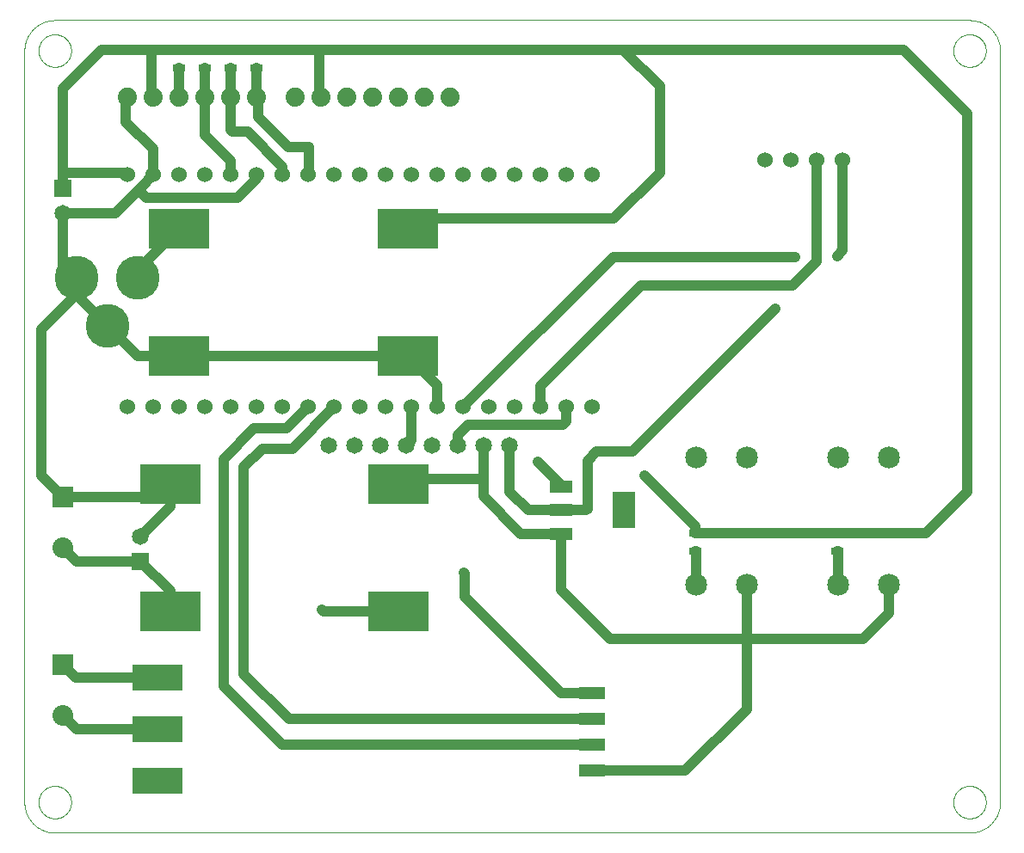
<source format=gbl>
G75*
%MOIN*%
%OFA0B0*%
%FSLAX25Y25*%
%IPPOS*%
%LPD*%
%AMOC8*
5,1,8,0,0,1.08239X$1,22.5*
%
%ADD10C,0.00000*%
%ADD11R,0.06500X0.06500*%
%ADD12C,0.06500*%
%ADD13R,0.08000X0.08000*%
%ADD14C,0.08000*%
%ADD15C,0.07400*%
%ADD16R,0.04724X0.03150*%
%ADD17C,0.08500*%
%ADD18C,0.06000*%
%ADD19R,0.23622X0.15748*%
%ADD20R,0.08800X0.04800*%
%ADD21R,0.08661X0.14173*%
%ADD22R,0.09843X0.05000*%
%ADD23R,0.19685X0.10039*%
%ADD24C,0.17000*%
%ADD25C,0.03937*%
%ADD26C,0.02978*%
D10*
X0015000Y0012811D02*
X0015000Y0304150D01*
X0020512Y0304150D02*
X0020514Y0304308D01*
X0020520Y0304466D01*
X0020530Y0304624D01*
X0020544Y0304782D01*
X0020562Y0304939D01*
X0020583Y0305096D01*
X0020609Y0305252D01*
X0020639Y0305408D01*
X0020672Y0305563D01*
X0020710Y0305716D01*
X0020751Y0305869D01*
X0020796Y0306021D01*
X0020845Y0306172D01*
X0020898Y0306321D01*
X0020954Y0306469D01*
X0021014Y0306615D01*
X0021078Y0306760D01*
X0021146Y0306903D01*
X0021217Y0307045D01*
X0021291Y0307185D01*
X0021369Y0307322D01*
X0021451Y0307458D01*
X0021535Y0307592D01*
X0021624Y0307723D01*
X0021715Y0307852D01*
X0021810Y0307979D01*
X0021907Y0308104D01*
X0022008Y0308226D01*
X0022112Y0308345D01*
X0022219Y0308462D01*
X0022329Y0308576D01*
X0022442Y0308687D01*
X0022557Y0308796D01*
X0022675Y0308901D01*
X0022796Y0309003D01*
X0022919Y0309103D01*
X0023045Y0309199D01*
X0023173Y0309292D01*
X0023303Y0309382D01*
X0023436Y0309468D01*
X0023571Y0309552D01*
X0023707Y0309631D01*
X0023846Y0309708D01*
X0023987Y0309780D01*
X0024129Y0309850D01*
X0024273Y0309915D01*
X0024419Y0309977D01*
X0024566Y0310035D01*
X0024715Y0310090D01*
X0024865Y0310141D01*
X0025016Y0310188D01*
X0025168Y0310231D01*
X0025321Y0310270D01*
X0025476Y0310306D01*
X0025631Y0310337D01*
X0025787Y0310365D01*
X0025943Y0310389D01*
X0026100Y0310409D01*
X0026258Y0310425D01*
X0026415Y0310437D01*
X0026574Y0310445D01*
X0026732Y0310449D01*
X0026890Y0310449D01*
X0027048Y0310445D01*
X0027207Y0310437D01*
X0027364Y0310425D01*
X0027522Y0310409D01*
X0027679Y0310389D01*
X0027835Y0310365D01*
X0027991Y0310337D01*
X0028146Y0310306D01*
X0028301Y0310270D01*
X0028454Y0310231D01*
X0028606Y0310188D01*
X0028757Y0310141D01*
X0028907Y0310090D01*
X0029056Y0310035D01*
X0029203Y0309977D01*
X0029349Y0309915D01*
X0029493Y0309850D01*
X0029635Y0309780D01*
X0029776Y0309708D01*
X0029915Y0309631D01*
X0030051Y0309552D01*
X0030186Y0309468D01*
X0030319Y0309382D01*
X0030449Y0309292D01*
X0030577Y0309199D01*
X0030703Y0309103D01*
X0030826Y0309003D01*
X0030947Y0308901D01*
X0031065Y0308796D01*
X0031180Y0308687D01*
X0031293Y0308576D01*
X0031403Y0308462D01*
X0031510Y0308345D01*
X0031614Y0308226D01*
X0031715Y0308104D01*
X0031812Y0307979D01*
X0031907Y0307852D01*
X0031998Y0307723D01*
X0032087Y0307592D01*
X0032171Y0307458D01*
X0032253Y0307322D01*
X0032331Y0307185D01*
X0032405Y0307045D01*
X0032476Y0306903D01*
X0032544Y0306760D01*
X0032608Y0306615D01*
X0032668Y0306469D01*
X0032724Y0306321D01*
X0032777Y0306172D01*
X0032826Y0306021D01*
X0032871Y0305869D01*
X0032912Y0305716D01*
X0032950Y0305563D01*
X0032983Y0305408D01*
X0033013Y0305252D01*
X0033039Y0305096D01*
X0033060Y0304939D01*
X0033078Y0304782D01*
X0033092Y0304624D01*
X0033102Y0304466D01*
X0033108Y0304308D01*
X0033110Y0304150D01*
X0033108Y0303992D01*
X0033102Y0303834D01*
X0033092Y0303676D01*
X0033078Y0303518D01*
X0033060Y0303361D01*
X0033039Y0303204D01*
X0033013Y0303048D01*
X0032983Y0302892D01*
X0032950Y0302737D01*
X0032912Y0302584D01*
X0032871Y0302431D01*
X0032826Y0302279D01*
X0032777Y0302128D01*
X0032724Y0301979D01*
X0032668Y0301831D01*
X0032608Y0301685D01*
X0032544Y0301540D01*
X0032476Y0301397D01*
X0032405Y0301255D01*
X0032331Y0301115D01*
X0032253Y0300978D01*
X0032171Y0300842D01*
X0032087Y0300708D01*
X0031998Y0300577D01*
X0031907Y0300448D01*
X0031812Y0300321D01*
X0031715Y0300196D01*
X0031614Y0300074D01*
X0031510Y0299955D01*
X0031403Y0299838D01*
X0031293Y0299724D01*
X0031180Y0299613D01*
X0031065Y0299504D01*
X0030947Y0299399D01*
X0030826Y0299297D01*
X0030703Y0299197D01*
X0030577Y0299101D01*
X0030449Y0299008D01*
X0030319Y0298918D01*
X0030186Y0298832D01*
X0030051Y0298748D01*
X0029915Y0298669D01*
X0029776Y0298592D01*
X0029635Y0298520D01*
X0029493Y0298450D01*
X0029349Y0298385D01*
X0029203Y0298323D01*
X0029056Y0298265D01*
X0028907Y0298210D01*
X0028757Y0298159D01*
X0028606Y0298112D01*
X0028454Y0298069D01*
X0028301Y0298030D01*
X0028146Y0297994D01*
X0027991Y0297963D01*
X0027835Y0297935D01*
X0027679Y0297911D01*
X0027522Y0297891D01*
X0027364Y0297875D01*
X0027207Y0297863D01*
X0027048Y0297855D01*
X0026890Y0297851D01*
X0026732Y0297851D01*
X0026574Y0297855D01*
X0026415Y0297863D01*
X0026258Y0297875D01*
X0026100Y0297891D01*
X0025943Y0297911D01*
X0025787Y0297935D01*
X0025631Y0297963D01*
X0025476Y0297994D01*
X0025321Y0298030D01*
X0025168Y0298069D01*
X0025016Y0298112D01*
X0024865Y0298159D01*
X0024715Y0298210D01*
X0024566Y0298265D01*
X0024419Y0298323D01*
X0024273Y0298385D01*
X0024129Y0298450D01*
X0023987Y0298520D01*
X0023846Y0298592D01*
X0023707Y0298669D01*
X0023571Y0298748D01*
X0023436Y0298832D01*
X0023303Y0298918D01*
X0023173Y0299008D01*
X0023045Y0299101D01*
X0022919Y0299197D01*
X0022796Y0299297D01*
X0022675Y0299399D01*
X0022557Y0299504D01*
X0022442Y0299613D01*
X0022329Y0299724D01*
X0022219Y0299838D01*
X0022112Y0299955D01*
X0022008Y0300074D01*
X0021907Y0300196D01*
X0021810Y0300321D01*
X0021715Y0300448D01*
X0021624Y0300577D01*
X0021535Y0300708D01*
X0021451Y0300842D01*
X0021369Y0300978D01*
X0021291Y0301115D01*
X0021217Y0301255D01*
X0021146Y0301397D01*
X0021078Y0301540D01*
X0021014Y0301685D01*
X0020954Y0301831D01*
X0020898Y0301979D01*
X0020845Y0302128D01*
X0020796Y0302279D01*
X0020751Y0302431D01*
X0020710Y0302584D01*
X0020672Y0302737D01*
X0020639Y0302892D01*
X0020609Y0303048D01*
X0020583Y0303204D01*
X0020562Y0303361D01*
X0020544Y0303518D01*
X0020530Y0303676D01*
X0020520Y0303834D01*
X0020514Y0303992D01*
X0020512Y0304150D01*
X0015000Y0304150D02*
X0015003Y0304435D01*
X0015014Y0304721D01*
X0015031Y0305006D01*
X0015055Y0305290D01*
X0015086Y0305574D01*
X0015124Y0305857D01*
X0015169Y0306138D01*
X0015220Y0306419D01*
X0015278Y0306699D01*
X0015343Y0306977D01*
X0015415Y0307253D01*
X0015493Y0307527D01*
X0015578Y0307800D01*
X0015670Y0308070D01*
X0015768Y0308338D01*
X0015872Y0308604D01*
X0015983Y0308867D01*
X0016100Y0309127D01*
X0016223Y0309385D01*
X0016353Y0309639D01*
X0016489Y0309890D01*
X0016630Y0310138D01*
X0016778Y0310382D01*
X0016931Y0310623D01*
X0017091Y0310859D01*
X0017256Y0311092D01*
X0017426Y0311321D01*
X0017602Y0311546D01*
X0017784Y0311766D01*
X0017970Y0311982D01*
X0018162Y0312193D01*
X0018359Y0312400D01*
X0018561Y0312602D01*
X0018768Y0312799D01*
X0018979Y0312991D01*
X0019195Y0313177D01*
X0019415Y0313359D01*
X0019640Y0313535D01*
X0019869Y0313705D01*
X0020102Y0313870D01*
X0020338Y0314030D01*
X0020579Y0314183D01*
X0020823Y0314331D01*
X0021071Y0314472D01*
X0021322Y0314608D01*
X0021576Y0314738D01*
X0021834Y0314861D01*
X0022094Y0314978D01*
X0022357Y0315089D01*
X0022623Y0315193D01*
X0022891Y0315291D01*
X0023161Y0315383D01*
X0023434Y0315468D01*
X0023708Y0315546D01*
X0023984Y0315618D01*
X0024262Y0315683D01*
X0024542Y0315741D01*
X0024823Y0315792D01*
X0025104Y0315837D01*
X0025387Y0315875D01*
X0025671Y0315906D01*
X0025955Y0315930D01*
X0026240Y0315947D01*
X0026526Y0315958D01*
X0026811Y0315961D01*
X0381142Y0315961D01*
X0374843Y0304150D02*
X0374845Y0304308D01*
X0374851Y0304466D01*
X0374861Y0304624D01*
X0374875Y0304782D01*
X0374893Y0304939D01*
X0374914Y0305096D01*
X0374940Y0305252D01*
X0374970Y0305408D01*
X0375003Y0305563D01*
X0375041Y0305716D01*
X0375082Y0305869D01*
X0375127Y0306021D01*
X0375176Y0306172D01*
X0375229Y0306321D01*
X0375285Y0306469D01*
X0375345Y0306615D01*
X0375409Y0306760D01*
X0375477Y0306903D01*
X0375548Y0307045D01*
X0375622Y0307185D01*
X0375700Y0307322D01*
X0375782Y0307458D01*
X0375866Y0307592D01*
X0375955Y0307723D01*
X0376046Y0307852D01*
X0376141Y0307979D01*
X0376238Y0308104D01*
X0376339Y0308226D01*
X0376443Y0308345D01*
X0376550Y0308462D01*
X0376660Y0308576D01*
X0376773Y0308687D01*
X0376888Y0308796D01*
X0377006Y0308901D01*
X0377127Y0309003D01*
X0377250Y0309103D01*
X0377376Y0309199D01*
X0377504Y0309292D01*
X0377634Y0309382D01*
X0377767Y0309468D01*
X0377902Y0309552D01*
X0378038Y0309631D01*
X0378177Y0309708D01*
X0378318Y0309780D01*
X0378460Y0309850D01*
X0378604Y0309915D01*
X0378750Y0309977D01*
X0378897Y0310035D01*
X0379046Y0310090D01*
X0379196Y0310141D01*
X0379347Y0310188D01*
X0379499Y0310231D01*
X0379652Y0310270D01*
X0379807Y0310306D01*
X0379962Y0310337D01*
X0380118Y0310365D01*
X0380274Y0310389D01*
X0380431Y0310409D01*
X0380589Y0310425D01*
X0380746Y0310437D01*
X0380905Y0310445D01*
X0381063Y0310449D01*
X0381221Y0310449D01*
X0381379Y0310445D01*
X0381538Y0310437D01*
X0381695Y0310425D01*
X0381853Y0310409D01*
X0382010Y0310389D01*
X0382166Y0310365D01*
X0382322Y0310337D01*
X0382477Y0310306D01*
X0382632Y0310270D01*
X0382785Y0310231D01*
X0382937Y0310188D01*
X0383088Y0310141D01*
X0383238Y0310090D01*
X0383387Y0310035D01*
X0383534Y0309977D01*
X0383680Y0309915D01*
X0383824Y0309850D01*
X0383966Y0309780D01*
X0384107Y0309708D01*
X0384246Y0309631D01*
X0384382Y0309552D01*
X0384517Y0309468D01*
X0384650Y0309382D01*
X0384780Y0309292D01*
X0384908Y0309199D01*
X0385034Y0309103D01*
X0385157Y0309003D01*
X0385278Y0308901D01*
X0385396Y0308796D01*
X0385511Y0308687D01*
X0385624Y0308576D01*
X0385734Y0308462D01*
X0385841Y0308345D01*
X0385945Y0308226D01*
X0386046Y0308104D01*
X0386143Y0307979D01*
X0386238Y0307852D01*
X0386329Y0307723D01*
X0386418Y0307592D01*
X0386502Y0307458D01*
X0386584Y0307322D01*
X0386662Y0307185D01*
X0386736Y0307045D01*
X0386807Y0306903D01*
X0386875Y0306760D01*
X0386939Y0306615D01*
X0386999Y0306469D01*
X0387055Y0306321D01*
X0387108Y0306172D01*
X0387157Y0306021D01*
X0387202Y0305869D01*
X0387243Y0305716D01*
X0387281Y0305563D01*
X0387314Y0305408D01*
X0387344Y0305252D01*
X0387370Y0305096D01*
X0387391Y0304939D01*
X0387409Y0304782D01*
X0387423Y0304624D01*
X0387433Y0304466D01*
X0387439Y0304308D01*
X0387441Y0304150D01*
X0387439Y0303992D01*
X0387433Y0303834D01*
X0387423Y0303676D01*
X0387409Y0303518D01*
X0387391Y0303361D01*
X0387370Y0303204D01*
X0387344Y0303048D01*
X0387314Y0302892D01*
X0387281Y0302737D01*
X0387243Y0302584D01*
X0387202Y0302431D01*
X0387157Y0302279D01*
X0387108Y0302128D01*
X0387055Y0301979D01*
X0386999Y0301831D01*
X0386939Y0301685D01*
X0386875Y0301540D01*
X0386807Y0301397D01*
X0386736Y0301255D01*
X0386662Y0301115D01*
X0386584Y0300978D01*
X0386502Y0300842D01*
X0386418Y0300708D01*
X0386329Y0300577D01*
X0386238Y0300448D01*
X0386143Y0300321D01*
X0386046Y0300196D01*
X0385945Y0300074D01*
X0385841Y0299955D01*
X0385734Y0299838D01*
X0385624Y0299724D01*
X0385511Y0299613D01*
X0385396Y0299504D01*
X0385278Y0299399D01*
X0385157Y0299297D01*
X0385034Y0299197D01*
X0384908Y0299101D01*
X0384780Y0299008D01*
X0384650Y0298918D01*
X0384517Y0298832D01*
X0384382Y0298748D01*
X0384246Y0298669D01*
X0384107Y0298592D01*
X0383966Y0298520D01*
X0383824Y0298450D01*
X0383680Y0298385D01*
X0383534Y0298323D01*
X0383387Y0298265D01*
X0383238Y0298210D01*
X0383088Y0298159D01*
X0382937Y0298112D01*
X0382785Y0298069D01*
X0382632Y0298030D01*
X0382477Y0297994D01*
X0382322Y0297963D01*
X0382166Y0297935D01*
X0382010Y0297911D01*
X0381853Y0297891D01*
X0381695Y0297875D01*
X0381538Y0297863D01*
X0381379Y0297855D01*
X0381221Y0297851D01*
X0381063Y0297851D01*
X0380905Y0297855D01*
X0380746Y0297863D01*
X0380589Y0297875D01*
X0380431Y0297891D01*
X0380274Y0297911D01*
X0380118Y0297935D01*
X0379962Y0297963D01*
X0379807Y0297994D01*
X0379652Y0298030D01*
X0379499Y0298069D01*
X0379347Y0298112D01*
X0379196Y0298159D01*
X0379046Y0298210D01*
X0378897Y0298265D01*
X0378750Y0298323D01*
X0378604Y0298385D01*
X0378460Y0298450D01*
X0378318Y0298520D01*
X0378177Y0298592D01*
X0378038Y0298669D01*
X0377902Y0298748D01*
X0377767Y0298832D01*
X0377634Y0298918D01*
X0377504Y0299008D01*
X0377376Y0299101D01*
X0377250Y0299197D01*
X0377127Y0299297D01*
X0377006Y0299399D01*
X0376888Y0299504D01*
X0376773Y0299613D01*
X0376660Y0299724D01*
X0376550Y0299838D01*
X0376443Y0299955D01*
X0376339Y0300074D01*
X0376238Y0300196D01*
X0376141Y0300321D01*
X0376046Y0300448D01*
X0375955Y0300577D01*
X0375866Y0300708D01*
X0375782Y0300842D01*
X0375700Y0300978D01*
X0375622Y0301115D01*
X0375548Y0301255D01*
X0375477Y0301397D01*
X0375409Y0301540D01*
X0375345Y0301685D01*
X0375285Y0301831D01*
X0375229Y0301979D01*
X0375176Y0302128D01*
X0375127Y0302279D01*
X0375082Y0302431D01*
X0375041Y0302584D01*
X0375003Y0302737D01*
X0374970Y0302892D01*
X0374940Y0303048D01*
X0374914Y0303204D01*
X0374893Y0303361D01*
X0374875Y0303518D01*
X0374861Y0303676D01*
X0374851Y0303834D01*
X0374845Y0303992D01*
X0374843Y0304150D01*
X0381142Y0315961D02*
X0381427Y0315958D01*
X0381713Y0315947D01*
X0381998Y0315930D01*
X0382282Y0315906D01*
X0382566Y0315875D01*
X0382849Y0315837D01*
X0383130Y0315792D01*
X0383411Y0315741D01*
X0383691Y0315683D01*
X0383969Y0315618D01*
X0384245Y0315546D01*
X0384519Y0315468D01*
X0384792Y0315383D01*
X0385062Y0315291D01*
X0385330Y0315193D01*
X0385596Y0315089D01*
X0385859Y0314978D01*
X0386119Y0314861D01*
X0386377Y0314738D01*
X0386631Y0314608D01*
X0386882Y0314472D01*
X0387130Y0314331D01*
X0387374Y0314183D01*
X0387615Y0314030D01*
X0387851Y0313870D01*
X0388084Y0313705D01*
X0388313Y0313535D01*
X0388538Y0313359D01*
X0388758Y0313177D01*
X0388974Y0312991D01*
X0389185Y0312799D01*
X0389392Y0312602D01*
X0389594Y0312400D01*
X0389791Y0312193D01*
X0389983Y0311982D01*
X0390169Y0311766D01*
X0390351Y0311546D01*
X0390527Y0311321D01*
X0390697Y0311092D01*
X0390862Y0310859D01*
X0391022Y0310623D01*
X0391175Y0310382D01*
X0391323Y0310138D01*
X0391464Y0309890D01*
X0391600Y0309639D01*
X0391730Y0309385D01*
X0391853Y0309127D01*
X0391970Y0308867D01*
X0392081Y0308604D01*
X0392185Y0308338D01*
X0392283Y0308070D01*
X0392375Y0307800D01*
X0392460Y0307527D01*
X0392538Y0307253D01*
X0392610Y0306977D01*
X0392675Y0306699D01*
X0392733Y0306419D01*
X0392784Y0306138D01*
X0392829Y0305857D01*
X0392867Y0305574D01*
X0392898Y0305290D01*
X0392922Y0305006D01*
X0392939Y0304721D01*
X0392950Y0304435D01*
X0392953Y0304150D01*
X0392953Y0012811D01*
X0374843Y0012811D02*
X0374845Y0012969D01*
X0374851Y0013127D01*
X0374861Y0013285D01*
X0374875Y0013443D01*
X0374893Y0013600D01*
X0374914Y0013757D01*
X0374940Y0013913D01*
X0374970Y0014069D01*
X0375003Y0014224D01*
X0375041Y0014377D01*
X0375082Y0014530D01*
X0375127Y0014682D01*
X0375176Y0014833D01*
X0375229Y0014982D01*
X0375285Y0015130D01*
X0375345Y0015276D01*
X0375409Y0015421D01*
X0375477Y0015564D01*
X0375548Y0015706D01*
X0375622Y0015846D01*
X0375700Y0015983D01*
X0375782Y0016119D01*
X0375866Y0016253D01*
X0375955Y0016384D01*
X0376046Y0016513D01*
X0376141Y0016640D01*
X0376238Y0016765D01*
X0376339Y0016887D01*
X0376443Y0017006D01*
X0376550Y0017123D01*
X0376660Y0017237D01*
X0376773Y0017348D01*
X0376888Y0017457D01*
X0377006Y0017562D01*
X0377127Y0017664D01*
X0377250Y0017764D01*
X0377376Y0017860D01*
X0377504Y0017953D01*
X0377634Y0018043D01*
X0377767Y0018129D01*
X0377902Y0018213D01*
X0378038Y0018292D01*
X0378177Y0018369D01*
X0378318Y0018441D01*
X0378460Y0018511D01*
X0378604Y0018576D01*
X0378750Y0018638D01*
X0378897Y0018696D01*
X0379046Y0018751D01*
X0379196Y0018802D01*
X0379347Y0018849D01*
X0379499Y0018892D01*
X0379652Y0018931D01*
X0379807Y0018967D01*
X0379962Y0018998D01*
X0380118Y0019026D01*
X0380274Y0019050D01*
X0380431Y0019070D01*
X0380589Y0019086D01*
X0380746Y0019098D01*
X0380905Y0019106D01*
X0381063Y0019110D01*
X0381221Y0019110D01*
X0381379Y0019106D01*
X0381538Y0019098D01*
X0381695Y0019086D01*
X0381853Y0019070D01*
X0382010Y0019050D01*
X0382166Y0019026D01*
X0382322Y0018998D01*
X0382477Y0018967D01*
X0382632Y0018931D01*
X0382785Y0018892D01*
X0382937Y0018849D01*
X0383088Y0018802D01*
X0383238Y0018751D01*
X0383387Y0018696D01*
X0383534Y0018638D01*
X0383680Y0018576D01*
X0383824Y0018511D01*
X0383966Y0018441D01*
X0384107Y0018369D01*
X0384246Y0018292D01*
X0384382Y0018213D01*
X0384517Y0018129D01*
X0384650Y0018043D01*
X0384780Y0017953D01*
X0384908Y0017860D01*
X0385034Y0017764D01*
X0385157Y0017664D01*
X0385278Y0017562D01*
X0385396Y0017457D01*
X0385511Y0017348D01*
X0385624Y0017237D01*
X0385734Y0017123D01*
X0385841Y0017006D01*
X0385945Y0016887D01*
X0386046Y0016765D01*
X0386143Y0016640D01*
X0386238Y0016513D01*
X0386329Y0016384D01*
X0386418Y0016253D01*
X0386502Y0016119D01*
X0386584Y0015983D01*
X0386662Y0015846D01*
X0386736Y0015706D01*
X0386807Y0015564D01*
X0386875Y0015421D01*
X0386939Y0015276D01*
X0386999Y0015130D01*
X0387055Y0014982D01*
X0387108Y0014833D01*
X0387157Y0014682D01*
X0387202Y0014530D01*
X0387243Y0014377D01*
X0387281Y0014224D01*
X0387314Y0014069D01*
X0387344Y0013913D01*
X0387370Y0013757D01*
X0387391Y0013600D01*
X0387409Y0013443D01*
X0387423Y0013285D01*
X0387433Y0013127D01*
X0387439Y0012969D01*
X0387441Y0012811D01*
X0387439Y0012653D01*
X0387433Y0012495D01*
X0387423Y0012337D01*
X0387409Y0012179D01*
X0387391Y0012022D01*
X0387370Y0011865D01*
X0387344Y0011709D01*
X0387314Y0011553D01*
X0387281Y0011398D01*
X0387243Y0011245D01*
X0387202Y0011092D01*
X0387157Y0010940D01*
X0387108Y0010789D01*
X0387055Y0010640D01*
X0386999Y0010492D01*
X0386939Y0010346D01*
X0386875Y0010201D01*
X0386807Y0010058D01*
X0386736Y0009916D01*
X0386662Y0009776D01*
X0386584Y0009639D01*
X0386502Y0009503D01*
X0386418Y0009369D01*
X0386329Y0009238D01*
X0386238Y0009109D01*
X0386143Y0008982D01*
X0386046Y0008857D01*
X0385945Y0008735D01*
X0385841Y0008616D01*
X0385734Y0008499D01*
X0385624Y0008385D01*
X0385511Y0008274D01*
X0385396Y0008165D01*
X0385278Y0008060D01*
X0385157Y0007958D01*
X0385034Y0007858D01*
X0384908Y0007762D01*
X0384780Y0007669D01*
X0384650Y0007579D01*
X0384517Y0007493D01*
X0384382Y0007409D01*
X0384246Y0007330D01*
X0384107Y0007253D01*
X0383966Y0007181D01*
X0383824Y0007111D01*
X0383680Y0007046D01*
X0383534Y0006984D01*
X0383387Y0006926D01*
X0383238Y0006871D01*
X0383088Y0006820D01*
X0382937Y0006773D01*
X0382785Y0006730D01*
X0382632Y0006691D01*
X0382477Y0006655D01*
X0382322Y0006624D01*
X0382166Y0006596D01*
X0382010Y0006572D01*
X0381853Y0006552D01*
X0381695Y0006536D01*
X0381538Y0006524D01*
X0381379Y0006516D01*
X0381221Y0006512D01*
X0381063Y0006512D01*
X0380905Y0006516D01*
X0380746Y0006524D01*
X0380589Y0006536D01*
X0380431Y0006552D01*
X0380274Y0006572D01*
X0380118Y0006596D01*
X0379962Y0006624D01*
X0379807Y0006655D01*
X0379652Y0006691D01*
X0379499Y0006730D01*
X0379347Y0006773D01*
X0379196Y0006820D01*
X0379046Y0006871D01*
X0378897Y0006926D01*
X0378750Y0006984D01*
X0378604Y0007046D01*
X0378460Y0007111D01*
X0378318Y0007181D01*
X0378177Y0007253D01*
X0378038Y0007330D01*
X0377902Y0007409D01*
X0377767Y0007493D01*
X0377634Y0007579D01*
X0377504Y0007669D01*
X0377376Y0007762D01*
X0377250Y0007858D01*
X0377127Y0007958D01*
X0377006Y0008060D01*
X0376888Y0008165D01*
X0376773Y0008274D01*
X0376660Y0008385D01*
X0376550Y0008499D01*
X0376443Y0008616D01*
X0376339Y0008735D01*
X0376238Y0008857D01*
X0376141Y0008982D01*
X0376046Y0009109D01*
X0375955Y0009238D01*
X0375866Y0009369D01*
X0375782Y0009503D01*
X0375700Y0009639D01*
X0375622Y0009776D01*
X0375548Y0009916D01*
X0375477Y0010058D01*
X0375409Y0010201D01*
X0375345Y0010346D01*
X0375285Y0010492D01*
X0375229Y0010640D01*
X0375176Y0010789D01*
X0375127Y0010940D01*
X0375082Y0011092D01*
X0375041Y0011245D01*
X0375003Y0011398D01*
X0374970Y0011553D01*
X0374940Y0011709D01*
X0374914Y0011865D01*
X0374893Y0012022D01*
X0374875Y0012179D01*
X0374861Y0012337D01*
X0374851Y0012495D01*
X0374845Y0012653D01*
X0374843Y0012811D01*
X0381142Y0001000D02*
X0381427Y0001003D01*
X0381713Y0001014D01*
X0381998Y0001031D01*
X0382282Y0001055D01*
X0382566Y0001086D01*
X0382849Y0001124D01*
X0383130Y0001169D01*
X0383411Y0001220D01*
X0383691Y0001278D01*
X0383969Y0001343D01*
X0384245Y0001415D01*
X0384519Y0001493D01*
X0384792Y0001578D01*
X0385062Y0001670D01*
X0385330Y0001768D01*
X0385596Y0001872D01*
X0385859Y0001983D01*
X0386119Y0002100D01*
X0386377Y0002223D01*
X0386631Y0002353D01*
X0386882Y0002489D01*
X0387130Y0002630D01*
X0387374Y0002778D01*
X0387615Y0002931D01*
X0387851Y0003091D01*
X0388084Y0003256D01*
X0388313Y0003426D01*
X0388538Y0003602D01*
X0388758Y0003784D01*
X0388974Y0003970D01*
X0389185Y0004162D01*
X0389392Y0004359D01*
X0389594Y0004561D01*
X0389791Y0004768D01*
X0389983Y0004979D01*
X0390169Y0005195D01*
X0390351Y0005415D01*
X0390527Y0005640D01*
X0390697Y0005869D01*
X0390862Y0006102D01*
X0391022Y0006338D01*
X0391175Y0006579D01*
X0391323Y0006823D01*
X0391464Y0007071D01*
X0391600Y0007322D01*
X0391730Y0007576D01*
X0391853Y0007834D01*
X0391970Y0008094D01*
X0392081Y0008357D01*
X0392185Y0008623D01*
X0392283Y0008891D01*
X0392375Y0009161D01*
X0392460Y0009434D01*
X0392538Y0009708D01*
X0392610Y0009984D01*
X0392675Y0010262D01*
X0392733Y0010542D01*
X0392784Y0010823D01*
X0392829Y0011104D01*
X0392867Y0011387D01*
X0392898Y0011671D01*
X0392922Y0011955D01*
X0392939Y0012240D01*
X0392950Y0012526D01*
X0392953Y0012811D01*
X0381142Y0001000D02*
X0026811Y0001000D01*
X0020512Y0012811D02*
X0020514Y0012969D01*
X0020520Y0013127D01*
X0020530Y0013285D01*
X0020544Y0013443D01*
X0020562Y0013600D01*
X0020583Y0013757D01*
X0020609Y0013913D01*
X0020639Y0014069D01*
X0020672Y0014224D01*
X0020710Y0014377D01*
X0020751Y0014530D01*
X0020796Y0014682D01*
X0020845Y0014833D01*
X0020898Y0014982D01*
X0020954Y0015130D01*
X0021014Y0015276D01*
X0021078Y0015421D01*
X0021146Y0015564D01*
X0021217Y0015706D01*
X0021291Y0015846D01*
X0021369Y0015983D01*
X0021451Y0016119D01*
X0021535Y0016253D01*
X0021624Y0016384D01*
X0021715Y0016513D01*
X0021810Y0016640D01*
X0021907Y0016765D01*
X0022008Y0016887D01*
X0022112Y0017006D01*
X0022219Y0017123D01*
X0022329Y0017237D01*
X0022442Y0017348D01*
X0022557Y0017457D01*
X0022675Y0017562D01*
X0022796Y0017664D01*
X0022919Y0017764D01*
X0023045Y0017860D01*
X0023173Y0017953D01*
X0023303Y0018043D01*
X0023436Y0018129D01*
X0023571Y0018213D01*
X0023707Y0018292D01*
X0023846Y0018369D01*
X0023987Y0018441D01*
X0024129Y0018511D01*
X0024273Y0018576D01*
X0024419Y0018638D01*
X0024566Y0018696D01*
X0024715Y0018751D01*
X0024865Y0018802D01*
X0025016Y0018849D01*
X0025168Y0018892D01*
X0025321Y0018931D01*
X0025476Y0018967D01*
X0025631Y0018998D01*
X0025787Y0019026D01*
X0025943Y0019050D01*
X0026100Y0019070D01*
X0026258Y0019086D01*
X0026415Y0019098D01*
X0026574Y0019106D01*
X0026732Y0019110D01*
X0026890Y0019110D01*
X0027048Y0019106D01*
X0027207Y0019098D01*
X0027364Y0019086D01*
X0027522Y0019070D01*
X0027679Y0019050D01*
X0027835Y0019026D01*
X0027991Y0018998D01*
X0028146Y0018967D01*
X0028301Y0018931D01*
X0028454Y0018892D01*
X0028606Y0018849D01*
X0028757Y0018802D01*
X0028907Y0018751D01*
X0029056Y0018696D01*
X0029203Y0018638D01*
X0029349Y0018576D01*
X0029493Y0018511D01*
X0029635Y0018441D01*
X0029776Y0018369D01*
X0029915Y0018292D01*
X0030051Y0018213D01*
X0030186Y0018129D01*
X0030319Y0018043D01*
X0030449Y0017953D01*
X0030577Y0017860D01*
X0030703Y0017764D01*
X0030826Y0017664D01*
X0030947Y0017562D01*
X0031065Y0017457D01*
X0031180Y0017348D01*
X0031293Y0017237D01*
X0031403Y0017123D01*
X0031510Y0017006D01*
X0031614Y0016887D01*
X0031715Y0016765D01*
X0031812Y0016640D01*
X0031907Y0016513D01*
X0031998Y0016384D01*
X0032087Y0016253D01*
X0032171Y0016119D01*
X0032253Y0015983D01*
X0032331Y0015846D01*
X0032405Y0015706D01*
X0032476Y0015564D01*
X0032544Y0015421D01*
X0032608Y0015276D01*
X0032668Y0015130D01*
X0032724Y0014982D01*
X0032777Y0014833D01*
X0032826Y0014682D01*
X0032871Y0014530D01*
X0032912Y0014377D01*
X0032950Y0014224D01*
X0032983Y0014069D01*
X0033013Y0013913D01*
X0033039Y0013757D01*
X0033060Y0013600D01*
X0033078Y0013443D01*
X0033092Y0013285D01*
X0033102Y0013127D01*
X0033108Y0012969D01*
X0033110Y0012811D01*
X0033108Y0012653D01*
X0033102Y0012495D01*
X0033092Y0012337D01*
X0033078Y0012179D01*
X0033060Y0012022D01*
X0033039Y0011865D01*
X0033013Y0011709D01*
X0032983Y0011553D01*
X0032950Y0011398D01*
X0032912Y0011245D01*
X0032871Y0011092D01*
X0032826Y0010940D01*
X0032777Y0010789D01*
X0032724Y0010640D01*
X0032668Y0010492D01*
X0032608Y0010346D01*
X0032544Y0010201D01*
X0032476Y0010058D01*
X0032405Y0009916D01*
X0032331Y0009776D01*
X0032253Y0009639D01*
X0032171Y0009503D01*
X0032087Y0009369D01*
X0031998Y0009238D01*
X0031907Y0009109D01*
X0031812Y0008982D01*
X0031715Y0008857D01*
X0031614Y0008735D01*
X0031510Y0008616D01*
X0031403Y0008499D01*
X0031293Y0008385D01*
X0031180Y0008274D01*
X0031065Y0008165D01*
X0030947Y0008060D01*
X0030826Y0007958D01*
X0030703Y0007858D01*
X0030577Y0007762D01*
X0030449Y0007669D01*
X0030319Y0007579D01*
X0030186Y0007493D01*
X0030051Y0007409D01*
X0029915Y0007330D01*
X0029776Y0007253D01*
X0029635Y0007181D01*
X0029493Y0007111D01*
X0029349Y0007046D01*
X0029203Y0006984D01*
X0029056Y0006926D01*
X0028907Y0006871D01*
X0028757Y0006820D01*
X0028606Y0006773D01*
X0028454Y0006730D01*
X0028301Y0006691D01*
X0028146Y0006655D01*
X0027991Y0006624D01*
X0027835Y0006596D01*
X0027679Y0006572D01*
X0027522Y0006552D01*
X0027364Y0006536D01*
X0027207Y0006524D01*
X0027048Y0006516D01*
X0026890Y0006512D01*
X0026732Y0006512D01*
X0026574Y0006516D01*
X0026415Y0006524D01*
X0026258Y0006536D01*
X0026100Y0006552D01*
X0025943Y0006572D01*
X0025787Y0006596D01*
X0025631Y0006624D01*
X0025476Y0006655D01*
X0025321Y0006691D01*
X0025168Y0006730D01*
X0025016Y0006773D01*
X0024865Y0006820D01*
X0024715Y0006871D01*
X0024566Y0006926D01*
X0024419Y0006984D01*
X0024273Y0007046D01*
X0024129Y0007111D01*
X0023987Y0007181D01*
X0023846Y0007253D01*
X0023707Y0007330D01*
X0023571Y0007409D01*
X0023436Y0007493D01*
X0023303Y0007579D01*
X0023173Y0007669D01*
X0023045Y0007762D01*
X0022919Y0007858D01*
X0022796Y0007958D01*
X0022675Y0008060D01*
X0022557Y0008165D01*
X0022442Y0008274D01*
X0022329Y0008385D01*
X0022219Y0008499D01*
X0022112Y0008616D01*
X0022008Y0008735D01*
X0021907Y0008857D01*
X0021810Y0008982D01*
X0021715Y0009109D01*
X0021624Y0009238D01*
X0021535Y0009369D01*
X0021451Y0009503D01*
X0021369Y0009639D01*
X0021291Y0009776D01*
X0021217Y0009916D01*
X0021146Y0010058D01*
X0021078Y0010201D01*
X0021014Y0010346D01*
X0020954Y0010492D01*
X0020898Y0010640D01*
X0020845Y0010789D01*
X0020796Y0010940D01*
X0020751Y0011092D01*
X0020710Y0011245D01*
X0020672Y0011398D01*
X0020639Y0011553D01*
X0020609Y0011709D01*
X0020583Y0011865D01*
X0020562Y0012022D01*
X0020544Y0012179D01*
X0020530Y0012337D01*
X0020520Y0012495D01*
X0020514Y0012653D01*
X0020512Y0012811D01*
X0015000Y0012811D02*
X0015003Y0012526D01*
X0015014Y0012240D01*
X0015031Y0011955D01*
X0015055Y0011671D01*
X0015086Y0011387D01*
X0015124Y0011104D01*
X0015169Y0010823D01*
X0015220Y0010542D01*
X0015278Y0010262D01*
X0015343Y0009984D01*
X0015415Y0009708D01*
X0015493Y0009434D01*
X0015578Y0009161D01*
X0015670Y0008891D01*
X0015768Y0008623D01*
X0015872Y0008357D01*
X0015983Y0008094D01*
X0016100Y0007834D01*
X0016223Y0007576D01*
X0016353Y0007322D01*
X0016489Y0007071D01*
X0016630Y0006823D01*
X0016778Y0006579D01*
X0016931Y0006338D01*
X0017091Y0006102D01*
X0017256Y0005869D01*
X0017426Y0005640D01*
X0017602Y0005415D01*
X0017784Y0005195D01*
X0017970Y0004979D01*
X0018162Y0004768D01*
X0018359Y0004561D01*
X0018561Y0004359D01*
X0018768Y0004162D01*
X0018979Y0003970D01*
X0019195Y0003784D01*
X0019415Y0003602D01*
X0019640Y0003426D01*
X0019869Y0003256D01*
X0020102Y0003091D01*
X0020338Y0002931D01*
X0020579Y0002778D01*
X0020823Y0002630D01*
X0021071Y0002489D01*
X0021322Y0002353D01*
X0021576Y0002223D01*
X0021834Y0002100D01*
X0022094Y0001983D01*
X0022357Y0001872D01*
X0022623Y0001768D01*
X0022891Y0001670D01*
X0023161Y0001578D01*
X0023434Y0001493D01*
X0023708Y0001415D01*
X0023984Y0001343D01*
X0024262Y0001278D01*
X0024542Y0001220D01*
X0024823Y0001169D01*
X0025104Y0001124D01*
X0025387Y0001086D01*
X0025671Y0001055D01*
X0025955Y0001031D01*
X0026240Y0001014D01*
X0026526Y0001003D01*
X0026811Y0001000D01*
D11*
X0060000Y0106079D03*
X0030000Y0250921D03*
D12*
X0030000Y0241079D03*
X0132874Y0151000D03*
X0142874Y0151000D03*
X0152874Y0151000D03*
X0162874Y0151000D03*
X0172874Y0151000D03*
X0182874Y0151000D03*
X0192874Y0151000D03*
X0202874Y0151000D03*
X0060000Y0115921D03*
D13*
X0030000Y0131000D03*
X0030000Y0066000D03*
D14*
X0030000Y0046315D03*
X0030000Y0111315D03*
D15*
X0055000Y0286000D03*
X0065000Y0286000D03*
X0075000Y0286000D03*
X0085000Y0286000D03*
X0095000Y0286000D03*
X0105000Y0286000D03*
X0120000Y0286000D03*
X0130000Y0286000D03*
X0140000Y0286000D03*
X0150000Y0286000D03*
X0160000Y0286000D03*
X0170000Y0286000D03*
X0180000Y0286000D03*
D16*
X0105000Y0297457D03*
X0095000Y0297457D03*
X0095000Y0304543D03*
X0105000Y0304543D03*
X0085000Y0304543D03*
X0075000Y0304543D03*
X0075000Y0297457D03*
X0085000Y0297457D03*
X0275000Y0117220D03*
X0275000Y0110134D03*
X0330000Y0110134D03*
X0330000Y0117220D03*
D17*
X0330157Y0097102D03*
X0349843Y0097102D03*
X0294843Y0097102D03*
X0275157Y0097102D03*
X0275157Y0146315D03*
X0294843Y0146315D03*
X0330157Y0146315D03*
X0349843Y0146315D03*
D18*
X0235000Y0166000D03*
X0225000Y0166000D03*
X0215000Y0166000D03*
X0205000Y0166000D03*
X0195000Y0166000D03*
X0185000Y0166000D03*
X0175000Y0166000D03*
X0165000Y0166000D03*
X0155000Y0166000D03*
X0145000Y0166000D03*
X0135000Y0166000D03*
X0125000Y0166000D03*
X0115000Y0166000D03*
X0105000Y0166000D03*
X0095000Y0166000D03*
X0085000Y0166000D03*
X0075000Y0166000D03*
X0065000Y0166000D03*
X0055000Y0166000D03*
X0055000Y0256000D03*
X0065000Y0256000D03*
X0075000Y0256000D03*
X0085000Y0256000D03*
X0095000Y0256000D03*
X0105000Y0256000D03*
X0115000Y0256000D03*
X0125000Y0256000D03*
X0135000Y0256000D03*
X0145000Y0256000D03*
X0155000Y0256000D03*
X0165000Y0256000D03*
X0175000Y0256000D03*
X0185000Y0256000D03*
X0195000Y0256000D03*
X0205000Y0256000D03*
X0215000Y0256000D03*
X0225000Y0256000D03*
X0235000Y0256000D03*
X0301969Y0261709D03*
X0311969Y0261709D03*
X0321969Y0261709D03*
X0331969Y0261709D03*
D19*
X0163583Y0235055D03*
X0163583Y0185843D03*
X0160000Y0136157D03*
X0160000Y0086945D03*
X0071417Y0086945D03*
X0071417Y0136157D03*
X0075000Y0185843D03*
X0075000Y0235055D03*
D20*
X0222800Y0135100D03*
X0222800Y0126000D03*
X0222800Y0116900D03*
D21*
X0247201Y0126000D03*
D22*
X0235000Y0055016D03*
X0235000Y0045016D03*
X0235000Y0035016D03*
X0235000Y0025016D03*
D23*
X0066496Y0021000D03*
X0066496Y0041000D03*
X0066496Y0061000D03*
D24*
X0047126Y0197496D03*
X0058937Y0216000D03*
X0035315Y0216000D03*
D25*
X0035315Y0209898D01*
X0021693Y0196276D01*
X0021693Y0139307D01*
X0030000Y0131000D01*
X0066260Y0131000D01*
X0071417Y0136157D01*
X0071417Y0127339D01*
X0060000Y0115921D01*
X0060000Y0106079D02*
X0035236Y0106079D01*
X0030000Y0111315D01*
X0060000Y0106079D02*
X0071417Y0094661D01*
X0071417Y0086945D01*
X0066496Y0061000D02*
X0035000Y0061000D01*
X0030000Y0066000D01*
X0030000Y0046315D02*
X0035315Y0041000D01*
X0066496Y0041000D01*
X0092165Y0057693D02*
X0114843Y0035016D01*
X0235000Y0035016D01*
X0235000Y0045016D02*
X0117441Y0045016D01*
X0100039Y0062417D01*
X0100039Y0142732D01*
X0107126Y0149819D01*
X0118819Y0149819D01*
X0135000Y0166000D01*
X0125000Y0166000D02*
X0116693Y0157693D01*
X0103976Y0157693D01*
X0092165Y0145882D01*
X0092165Y0057693D01*
X0130354Y0087614D02*
X0131024Y0086945D01*
X0160000Y0086945D01*
X0185079Y0101787D02*
X0185472Y0101394D01*
X0185472Y0092339D01*
X0222795Y0055016D01*
X0235000Y0055016D01*
X0241772Y0076197D02*
X0294921Y0076197D01*
X0294843Y0076276D01*
X0294843Y0048953D01*
X0270906Y0025016D01*
X0235000Y0025016D01*
X0241772Y0076197D02*
X0222800Y0095169D01*
X0222800Y0116900D01*
X0207368Y0116900D01*
X0192874Y0131394D01*
X0192874Y0138008D01*
X0161850Y0138008D01*
X0160000Y0136157D01*
X0162874Y0151000D02*
X0165000Y0153126D01*
X0165000Y0166000D01*
X0175000Y0166000D02*
X0175000Y0174425D01*
X0163583Y0185843D01*
X0075000Y0185843D01*
X0159291Y0185843D01*
X0159488Y0185646D01*
X0185000Y0166000D02*
X0243228Y0224228D01*
X0313425Y0224228D01*
X0321969Y0222535D02*
X0321969Y0261709D01*
X0331969Y0261709D02*
X0331969Y0226630D01*
X0329961Y0224622D01*
X0321969Y0222535D02*
X0312638Y0213205D01*
X0253976Y0213205D01*
X0215000Y0174228D01*
X0215000Y0166000D01*
X0223661Y0159268D02*
X0225000Y0160606D01*
X0225000Y0166000D01*
X0223661Y0159268D02*
X0187047Y0159268D01*
X0182874Y0155094D01*
X0182874Y0151000D01*
X0192874Y0151000D02*
X0192874Y0138008D01*
X0202795Y0133283D02*
X0202795Y0150921D01*
X0202874Y0151000D01*
X0213819Y0144701D02*
X0222800Y0135720D01*
X0222800Y0135100D01*
X0222800Y0126000D02*
X0210079Y0126000D01*
X0202795Y0133283D01*
X0222800Y0126000D02*
X0232520Y0126000D01*
X0233110Y0126591D01*
X0233110Y0145094D01*
X0236654Y0148638D01*
X0250433Y0148638D01*
X0305945Y0204150D01*
X0261063Y0256906D02*
X0243346Y0239189D01*
X0167717Y0239189D01*
X0163583Y0235055D01*
X0125236Y0256236D02*
X0125236Y0266748D01*
X0117362Y0266748D01*
X0105551Y0278559D01*
X0105551Y0285449D01*
X0105000Y0286000D01*
X0105000Y0297457D01*
X0095000Y0297457D02*
X0095000Y0286000D01*
X0095000Y0273362D01*
X0095709Y0272654D01*
X0101614Y0272654D01*
X0115000Y0259268D01*
X0115000Y0256000D01*
X0125000Y0256000D02*
X0125236Y0256236D01*
X0105000Y0256000D02*
X0105000Y0254386D01*
X0097677Y0247063D01*
X0062244Y0247063D01*
X0060138Y0249169D01*
X0060138Y0251138D01*
X0050079Y0241079D01*
X0030000Y0241079D01*
X0030000Y0221315D01*
X0035315Y0216000D01*
X0035315Y0209307D01*
X0047126Y0197496D01*
X0058780Y0185843D01*
X0075000Y0185843D01*
X0058937Y0216000D02*
X0058937Y0218992D01*
X0075000Y0235055D01*
X0060138Y0251138D02*
X0065000Y0256000D01*
X0065000Y0265961D01*
X0054370Y0276591D01*
X0054370Y0285370D01*
X0055000Y0286000D01*
X0064213Y0286787D02*
X0064213Y0304543D01*
X0044921Y0304543D01*
X0030000Y0289622D01*
X0030000Y0256906D01*
X0054094Y0256906D01*
X0055000Y0256000D01*
X0030000Y0256906D02*
X0030000Y0250921D01*
X0065000Y0286000D02*
X0064213Y0286787D01*
X0075000Y0286000D02*
X0075000Y0297457D01*
X0085000Y0297457D02*
X0085000Y0286000D01*
X0085000Y0271551D01*
X0095000Y0261551D01*
X0095000Y0256000D01*
X0129173Y0286827D02*
X0129173Y0304543D01*
X0246890Y0304543D01*
X0355551Y0304543D01*
X0380354Y0279740D01*
X0380354Y0133283D01*
X0364213Y0117142D01*
X0330079Y0117142D01*
X0330000Y0117220D01*
X0275000Y0117220D01*
X0275000Y0119740D01*
X0255157Y0139583D01*
X0275000Y0110134D02*
X0275157Y0109976D01*
X0275157Y0097102D01*
X0294843Y0097102D02*
X0294843Y0076276D01*
X0294921Y0076197D02*
X0339803Y0076197D01*
X0349843Y0086236D01*
X0349843Y0097102D01*
X0330157Y0097102D02*
X0330157Y0109976D01*
X0330000Y0110134D01*
X0261063Y0256906D02*
X0261063Y0290370D01*
X0246890Y0304543D01*
X0129173Y0304543D02*
X0105000Y0304543D01*
X0095000Y0304543D01*
X0085000Y0304543D01*
X0075000Y0304543D01*
X0064213Y0304543D01*
X0129173Y0286827D02*
X0130000Y0286000D01*
D26*
X0213819Y0144701D03*
X0255157Y0139583D03*
X0185079Y0101787D03*
X0130354Y0087614D03*
X0305945Y0204150D03*
X0313425Y0224228D03*
X0329961Y0224622D03*
M02*

</source>
